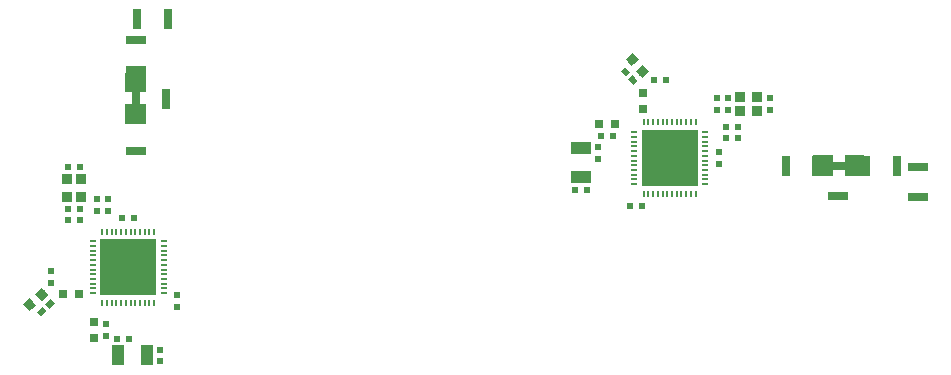
<source format=gbr>
%TF.GenerationSoftware,KiCad,Pcbnew,5.1.3-ffb9f22~84~ubuntu18.04.1*%
%TF.CreationDate,2019-07-26T16:35:47+03:00*%
%TF.ProjectId,Des1_2_panel,44657331-5f32-45f7-9061-6e656c2e6b69,rev?*%
%TF.SameCoordinates,Original*%
%TF.FileFunction,Paste,Top*%
%TF.FilePolarity,Positive*%
%FSLAX45Y45*%
G04 Gerber Fmt 4.5, Leading zero omitted, Abs format (unit mm)*
G04 Created by KiCad (PCBNEW 5.1.3-ffb9f22~84~ubuntu18.04.1) date 2019-07-26 16:35:47*
%MOMM*%
%LPD*%
G04 APERTURE LIST*
%ADD10R,0.750000X0.800000*%
%ADD11C,0.500000*%
%ADD12C,0.100000*%
%ADD13R,0.800000X1.750000*%
%ADD14R,0.950000X0.850000*%
%ADD15R,0.500000X0.600000*%
%ADD16R,1.750000X0.800000*%
%ADD17R,1.800000X1.000000*%
%ADD18R,0.600000X0.500000*%
%ADD19R,1.000000X1.800000*%
%ADD20R,4.700000X4.700000*%
%ADD21O,0.650000X0.200000*%
%ADD22O,0.200000X0.650000*%
%ADD23C,0.750000*%
%ADD24R,0.800000X0.750000*%
%ADD25R,0.850000X0.950000*%
G04 APERTURE END LIST*
D10*
%TO.C,L2*%
X10666797Y-10504633D03*
X10531797Y-10504633D03*
%TD*%
D11*
%TO.C,L3*%
X10354638Y-10651934D03*
D12*
G36*
X10395604Y-10650195D02*
G01*
X10345811Y-10691976D01*
X10313672Y-10653674D01*
X10363465Y-10611892D01*
X10395604Y-10650195D01*
X10395604Y-10650195D01*
G37*
D11*
X10427412Y-10590869D03*
D12*
G36*
X10468378Y-10589130D02*
G01*
X10418585Y-10630911D01*
X10386446Y-10592609D01*
X10436239Y-10550827D01*
X10468378Y-10589130D01*
X10468378Y-10589130D01*
G37*
%TD*%
D13*
%TO.C,Cap_4*%
X11420155Y-8177167D03*
X11165155Y-8177167D03*
%TD*%
D14*
%TO.C,X1*%
X16269085Y-8953114D03*
X16269085Y-8838114D03*
X16414085Y-8838114D03*
X16414085Y-8953114D03*
%TD*%
D15*
%TO.C,C1*%
X16519385Y-8845614D03*
X16519385Y-8945614D03*
%TD*%
D16*
%TO.C,Cap_4*%
X17772448Y-9433034D03*
X17772448Y-9688034D03*
%TD*%
%TO.C,Cap_3*%
X17097448Y-9422534D03*
X17097448Y-9677534D03*
%TD*%
D13*
%TO.C,Cap_2*%
X16913448Y-9417534D03*
X16658448Y-9417534D03*
%TD*%
D15*
%TO.C,C11*%
X15066522Y-9259652D03*
X15066522Y-9359652D03*
%TD*%
D17*
%TO.C,X2*%
X14924282Y-9518472D03*
X14924282Y-9268473D03*
%TD*%
D18*
%TO.C,C2*%
X10577735Y-9785830D03*
X10677735Y-9785830D03*
%TD*%
D15*
%TO.C,C6*%
X10914773Y-9800254D03*
X10914773Y-9700254D03*
%TD*%
D18*
%TO.C,C1*%
X10677735Y-9430230D03*
X10577735Y-9430230D03*
%TD*%
D15*
%TO.C,C7*%
X10825873Y-9700253D03*
X10825873Y-9800253D03*
%TD*%
D19*
%TO.C,X2*%
X11000594Y-11025333D03*
X11250593Y-11025333D03*
%TD*%
D18*
%TO.C,C3*%
X11137493Y-9859473D03*
X11037493Y-9859473D03*
%TD*%
D20*
%TO.C,U1*%
X11087493Y-10278573D03*
D21*
X10784993Y-10498574D03*
X10784993Y-10458574D03*
X10784993Y-10418574D03*
X10784993Y-10378574D03*
X10784993Y-10338574D03*
X10784993Y-10298574D03*
X10784993Y-10258573D03*
X10784993Y-10218574D03*
X10784993Y-10178573D03*
X10784993Y-10138573D03*
X10784993Y-10098574D03*
X10784993Y-10058573D03*
D22*
X10867493Y-9976073D03*
X10907493Y-9976073D03*
X10947493Y-9976073D03*
X10987493Y-9976073D03*
X11027493Y-9976073D03*
X11067493Y-9976073D03*
X11107493Y-9976073D03*
X11147493Y-9976073D03*
X11187493Y-9976073D03*
X11227493Y-9976073D03*
X11267493Y-9976073D03*
X11307493Y-9976073D03*
D21*
X11389993Y-10058573D03*
X11389993Y-10098573D03*
X11389993Y-10138573D03*
X11389993Y-10178573D03*
X11389993Y-10218573D03*
X11389993Y-10258573D03*
X11389993Y-10298573D03*
X11389993Y-10338574D03*
X11389993Y-10378574D03*
X11389993Y-10418573D03*
X11389993Y-10458574D03*
X11389993Y-10498574D03*
D22*
X11307493Y-10581073D03*
X11267493Y-10581073D03*
X11227493Y-10581073D03*
X11187493Y-10581073D03*
X11147493Y-10581073D03*
X11107493Y-10581073D03*
X11067493Y-10581073D03*
X11027493Y-10581073D03*
X10987493Y-10581073D03*
X10947493Y-10581073D03*
X10907493Y-10581073D03*
X10867493Y-10581073D03*
%TD*%
D18*
%TO.C,C5*%
X15436561Y-9764312D03*
X15336561Y-9764312D03*
%TD*%
%TO.C,C4*%
X15187641Y-9167412D03*
X15087641Y-9167412D03*
%TD*%
D13*
%TO.C,Cap_3*%
X11409655Y-8852167D03*
X11154655Y-8852167D03*
%TD*%
D18*
%TO.C,C12*%
X14974281Y-9624612D03*
X14874281Y-9624612D03*
%TD*%
%TO.C,C13*%
X15539762Y-8697512D03*
X15639762Y-8697512D03*
%TD*%
D15*
%TO.C,C3*%
X16090142Y-9305372D03*
X16090142Y-9405372D03*
%TD*%
%TO.C,C2*%
X16163785Y-8945614D03*
X16163785Y-8845614D03*
%TD*%
D18*
%TO.C,C7*%
X16149362Y-9093752D03*
X16249362Y-9093752D03*
%TD*%
D23*
%TO.C,C10*%
X15440182Y-8624252D03*
D12*
G36*
X15433645Y-8678690D02*
G01*
X15385436Y-8621237D01*
X15446719Y-8569814D01*
X15494928Y-8627267D01*
X15433645Y-8678690D01*
X15433645Y-8678690D01*
G37*
D23*
X15353405Y-8520836D03*
D12*
G36*
X15346868Y-8575274D02*
G01*
X15298659Y-8517821D01*
X15359942Y-8466398D01*
X15408151Y-8523851D01*
X15346868Y-8575274D01*
X15346868Y-8575274D01*
G37*
%TD*%
D16*
%TO.C,Cap_2*%
X11149655Y-9291167D03*
X11149655Y-9036167D03*
%TD*%
D23*
%TO.C,C10*%
X10252957Y-10596210D03*
D12*
G36*
X10307395Y-10602747D02*
G01*
X10249942Y-10650956D01*
X10198519Y-10589673D01*
X10255972Y-10541464D01*
X10307395Y-10602747D01*
X10307395Y-10602747D01*
G37*
D23*
X10356373Y-10509433D03*
D12*
G36*
X10410811Y-10515970D02*
G01*
X10353358Y-10564179D01*
X10301935Y-10502896D01*
X10359388Y-10454687D01*
X10410811Y-10515970D01*
X10410811Y-10515970D01*
G37*
%TD*%
D15*
%TO.C,C12*%
X11356733Y-11075334D03*
X11356733Y-10975334D03*
%TD*%
D18*
%TO.C,C6*%
X16249361Y-9182652D03*
X16149361Y-9182652D03*
%TD*%
D10*
%TO.C,C9*%
X15070142Y-9063272D03*
X15205142Y-9063272D03*
%TD*%
D11*
%TO.C,L3*%
X15358746Y-8695291D03*
D12*
G36*
X15360485Y-8736257D02*
G01*
X15318704Y-8686464D01*
X15357006Y-8654325D01*
X15398788Y-8704118D01*
X15360485Y-8736257D01*
X15360485Y-8736257D01*
G37*
D11*
X15297681Y-8622517D03*
D12*
G36*
X15299420Y-8663483D02*
G01*
X15257639Y-8613690D01*
X15295941Y-8581551D01*
X15337723Y-8631344D01*
X15299420Y-8663483D01*
X15299420Y-8663483D01*
G37*
%TD*%
D15*
%TO.C,C13*%
X10429633Y-10309853D03*
X10429633Y-10409853D03*
%TD*%
D18*
%TO.C,C11*%
X11091773Y-10883093D03*
X10991773Y-10883093D03*
%TD*%
D16*
%TO.C,Cap_1*%
X11151655Y-8357167D03*
X11151655Y-8612167D03*
%TD*%
D24*
%TO.C,L2*%
X15444982Y-8799676D03*
X15444982Y-8934676D03*
%TD*%
D15*
%TO.C,C8*%
X16074885Y-8945614D03*
X16074885Y-8845614D03*
%TD*%
D24*
%TO.C,C9*%
X10795393Y-10744473D03*
X10795393Y-10879473D03*
%TD*%
D18*
%TO.C,C8*%
X10577735Y-9874730D03*
X10677735Y-9874730D03*
%TD*%
D21*
%TO.C,U1*%
X15368542Y-9135372D03*
X15368542Y-9175372D03*
X15368542Y-9215372D03*
X15368542Y-9255372D03*
X15368542Y-9295372D03*
X15368542Y-9335372D03*
X15368542Y-9375372D03*
X15368542Y-9415372D03*
X15368542Y-9455372D03*
X15368542Y-9495372D03*
X15368542Y-9535372D03*
X15368542Y-9575372D03*
D22*
X15451041Y-9657872D03*
X15491041Y-9657872D03*
X15531042Y-9657872D03*
X15571041Y-9657872D03*
X15611041Y-9657872D03*
X15651042Y-9657872D03*
X15691042Y-9657872D03*
X15731042Y-9657872D03*
X15771042Y-9657872D03*
X15811042Y-9657872D03*
X15851042Y-9657872D03*
X15891042Y-9657872D03*
D21*
X15973542Y-9575372D03*
X15973542Y-9535372D03*
X15973542Y-9495372D03*
X15973542Y-9455372D03*
X15973542Y-9415372D03*
X15973542Y-9375372D03*
X15973542Y-9335372D03*
X15973542Y-9295372D03*
X15973542Y-9255372D03*
X15973542Y-9215372D03*
X15973542Y-9175372D03*
X15973542Y-9135372D03*
D22*
X15891042Y-9052872D03*
X15851041Y-9052872D03*
X15811042Y-9052872D03*
X15771042Y-9052872D03*
X15731041Y-9052872D03*
X15691042Y-9052872D03*
X15651041Y-9052872D03*
X15611041Y-9052872D03*
X15571041Y-9052872D03*
X15531041Y-9052872D03*
X15491041Y-9052872D03*
X15451041Y-9052872D03*
D20*
X15671042Y-9355372D03*
%TD*%
D25*
%TO.C,X1*%
X10685235Y-9535530D03*
X10570235Y-9535530D03*
X10570235Y-9680530D03*
X10685235Y-9680530D03*
%TD*%
D15*
%TO.C,C5*%
X11496433Y-10613054D03*
X11496433Y-10513054D03*
%TD*%
%TO.C,C4*%
X10899533Y-10861974D03*
X10899533Y-10761974D03*
%TD*%
D13*
%TO.C,Cap_1*%
X17337448Y-9419534D03*
X17592448Y-9419534D03*
%TD*%
D12*
G36*
X17318448Y-9509534D02*
G01*
X17153448Y-9509534D01*
X17153448Y-9329534D01*
X17318448Y-9329534D01*
X17318448Y-9509534D01*
X17318448Y-9509534D01*
G37*
G36*
X11241655Y-8796167D02*
G01*
X11061655Y-8796167D01*
X11061655Y-8631167D01*
X11241655Y-8631167D01*
X11241655Y-8796167D01*
X11241655Y-8796167D01*
G37*
G36*
X17052448Y-9504534D02*
G01*
X16887448Y-9504534D01*
X16887448Y-9329534D01*
X17052448Y-9329534D01*
X17052448Y-9504534D01*
X17052448Y-9504534D01*
G37*
G36*
X11236655Y-9062167D02*
G01*
X11061655Y-9062167D01*
X11061655Y-8897167D01*
X11236655Y-8897167D01*
X11236655Y-9062167D01*
X11236655Y-9062167D01*
G37*
M02*

</source>
